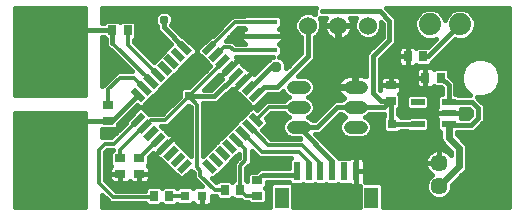
<source format=gtl>
G75*
%MOIN*%
%OFA0B0*%
%FSLAX24Y24*%
%IPPOS*%
%LPD*%
%AMOC8*
5,1,8,0,0,1.08239X$1,22.5*
%
%ADD10C,0.0600*%
%ADD11R,0.0354X0.0276*%
%ADD12R,0.0276X0.0354*%
%ADD13R,0.0315X0.0315*%
%ADD14R,0.0500X0.0220*%
%ADD15R,0.0220X0.0500*%
%ADD16R,0.1024X0.0157*%
%ADD17R,0.0472X0.0217*%
%ADD18R,0.0236X0.0610*%
%ADD19R,0.0472X0.0709*%
%ADD20C,0.0740*%
%ADD21C,0.0570*%
%ADD22C,0.0433*%
%ADD23C,0.0118*%
%ADD24C,0.0160*%
%ADD25R,0.0310X0.0310*%
%ADD26C,0.0310*%
%ADD27C,0.0376*%
%ADD28C,0.0240*%
D10*
X010180Y006440D03*
X011180Y006440D03*
X012180Y006440D03*
D11*
X012936Y004452D03*
X012936Y003940D03*
X008487Y001278D03*
X008487Y000767D03*
X004550Y001507D03*
X003920Y001499D03*
X003920Y002011D03*
X004550Y002019D03*
X003526Y003271D03*
X003526Y003782D03*
D12*
X003664Y006282D03*
X004176Y006282D03*
X013507Y005416D03*
X014019Y005416D03*
X014097Y004708D03*
X014609Y004708D03*
X007916Y000967D03*
X007404Y000967D03*
X005554Y000771D03*
X005042Y000771D03*
D13*
X006066Y000771D03*
X006656Y000771D03*
D14*
G36*
X005810Y001651D02*
X006162Y002003D01*
X006318Y001847D01*
X005966Y001495D01*
X005810Y001651D01*
G37*
G36*
X005587Y001874D02*
X005939Y002226D01*
X006095Y002070D01*
X005743Y001718D01*
X005587Y001874D01*
G37*
G36*
X005364Y002096D02*
X005716Y002448D01*
X005872Y002292D01*
X005520Y001940D01*
X005364Y002096D01*
G37*
G36*
X005142Y002319D02*
X005494Y002671D01*
X005650Y002515D01*
X005298Y002163D01*
X005142Y002319D01*
G37*
G36*
X004919Y002542D02*
X005271Y002894D01*
X005427Y002738D01*
X005075Y002386D01*
X004919Y002542D01*
G37*
G36*
X004696Y002764D02*
X005048Y003116D01*
X005204Y002960D01*
X004852Y002608D01*
X004696Y002764D01*
G37*
G36*
X004473Y002987D02*
X004825Y003339D01*
X004981Y003183D01*
X004629Y002831D01*
X004473Y002987D01*
G37*
G36*
X004251Y003210D02*
X004603Y003562D01*
X004759Y003406D01*
X004407Y003054D01*
X004251Y003210D01*
G37*
G36*
X007532Y004709D02*
X007884Y005061D01*
X008040Y004905D01*
X007688Y004553D01*
X007532Y004709D01*
G37*
G36*
X007754Y004486D02*
X008106Y004838D01*
X008262Y004682D01*
X007910Y004330D01*
X007754Y004486D01*
G37*
G36*
X007977Y004264D02*
X008329Y004616D01*
X008485Y004460D01*
X008133Y004108D01*
X007977Y004264D01*
G37*
G36*
X008200Y004041D02*
X008552Y004393D01*
X008708Y004237D01*
X008356Y003885D01*
X008200Y004041D01*
G37*
G36*
X007309Y004932D02*
X007661Y005284D01*
X007817Y005128D01*
X007465Y004776D01*
X007309Y004932D01*
G37*
G36*
X007086Y005154D02*
X007438Y005506D01*
X007594Y005350D01*
X007242Y004998D01*
X007086Y005154D01*
G37*
G36*
X006863Y005377D02*
X007215Y005729D01*
X007371Y005573D01*
X007019Y005221D01*
X006863Y005377D01*
G37*
G36*
X006641Y005600D02*
X006993Y005952D01*
X007149Y005796D01*
X006797Y005444D01*
X006641Y005600D01*
G37*
D15*
G36*
X005810Y005796D02*
X005966Y005952D01*
X006318Y005600D01*
X006162Y005444D01*
X005810Y005796D01*
G37*
G36*
X005587Y005573D02*
X005743Y005729D01*
X006095Y005377D01*
X005939Y005221D01*
X005587Y005573D01*
G37*
G36*
X005364Y005350D02*
X005520Y005506D01*
X005872Y005154D01*
X005716Y004998D01*
X005364Y005350D01*
G37*
G36*
X005142Y005128D02*
X005298Y005284D01*
X005650Y004932D01*
X005494Y004776D01*
X005142Y005128D01*
G37*
G36*
X004919Y004905D02*
X005075Y005061D01*
X005427Y004709D01*
X005271Y004553D01*
X004919Y004905D01*
G37*
G36*
X004696Y004682D02*
X004852Y004838D01*
X005204Y004486D01*
X005048Y004330D01*
X004696Y004682D01*
G37*
G36*
X004473Y004460D02*
X004629Y004616D01*
X004981Y004264D01*
X004825Y004108D01*
X004473Y004460D01*
G37*
G36*
X004251Y004237D02*
X004407Y004393D01*
X004759Y004041D01*
X004603Y003885D01*
X004251Y004237D01*
G37*
G36*
X007532Y002738D02*
X007688Y002894D01*
X008040Y002542D01*
X007884Y002386D01*
X007532Y002738D01*
G37*
G36*
X007754Y002960D02*
X007910Y003116D01*
X008262Y002764D01*
X008106Y002608D01*
X007754Y002960D01*
G37*
G36*
X007977Y003183D02*
X008133Y003339D01*
X008485Y002987D01*
X008329Y002831D01*
X007977Y003183D01*
G37*
G36*
X008200Y003406D02*
X008356Y003562D01*
X008708Y003210D01*
X008552Y003054D01*
X008200Y003406D01*
G37*
G36*
X007309Y002515D02*
X007465Y002671D01*
X007817Y002319D01*
X007661Y002163D01*
X007309Y002515D01*
G37*
G36*
X007086Y002292D02*
X007242Y002448D01*
X007594Y002096D01*
X007438Y001940D01*
X007086Y002292D01*
G37*
G36*
X006863Y002070D02*
X007019Y002226D01*
X007371Y001874D01*
X007215Y001718D01*
X006863Y002070D01*
G37*
G36*
X006641Y001847D02*
X006797Y002003D01*
X007149Y001651D01*
X006993Y001495D01*
X006641Y001847D01*
G37*
D16*
X008645Y005613D03*
X008645Y006086D03*
X008645Y006558D03*
D17*
X013841Y003900D03*
X014865Y003900D03*
X014865Y003526D03*
X014865Y003152D03*
X013841Y003152D03*
D18*
X011778Y001586D03*
X011385Y001586D03*
X010991Y001586D03*
X010597Y001586D03*
X010204Y001586D03*
X009810Y001586D03*
D19*
X009298Y000710D03*
X012290Y000710D03*
D20*
X014247Y006479D03*
X015247Y006479D03*
D21*
X014550Y001873D03*
X014550Y001086D03*
D22*
X011932Y003054D02*
X011578Y003054D01*
X011578Y003054D01*
X011932Y003054D01*
X011932Y003054D01*
X011932Y003723D02*
X011578Y003723D01*
X011578Y003723D01*
X011932Y003723D01*
X011932Y003723D01*
X011932Y004393D02*
X011578Y004393D01*
X011578Y004393D01*
X011932Y004393D01*
X011932Y004393D01*
X010042Y004393D02*
X009688Y004393D01*
X009688Y004393D01*
X010042Y004393D01*
X010042Y004393D01*
X010042Y003723D02*
X009688Y003723D01*
X009688Y003723D01*
X010042Y003723D01*
X010042Y003723D01*
X010042Y003054D02*
X009688Y003054D01*
X009688Y003054D01*
X010042Y003054D01*
X010042Y003054D01*
D23*
X009983Y002463D02*
X008853Y002463D01*
X008231Y003085D01*
X008454Y003308D02*
X008869Y003723D01*
X009865Y003723D01*
X008643Y002227D02*
X008008Y002862D01*
X007786Y002640D02*
X008093Y002332D01*
X008093Y001952D01*
X007916Y001774D01*
X007916Y000967D01*
X008117Y000767D01*
X008487Y000767D01*
X008487Y001278D02*
X008676Y001467D01*
X007404Y000967D02*
X007070Y000967D01*
X006597Y001440D01*
X006597Y001597D01*
X006479Y001715D01*
X006479Y003802D01*
X006204Y004078D01*
X005416Y003290D01*
X004933Y003290D01*
X004727Y003085D01*
X003920Y002278D01*
X003920Y002011D01*
X004550Y002019D02*
X004552Y002019D01*
X005173Y002640D01*
X004505Y003308D02*
X003700Y002503D01*
X003408Y002503D01*
X003211Y002306D01*
X003211Y001204D01*
X003684Y000731D01*
X005003Y000731D01*
X005042Y000771D01*
X005554Y000771D02*
X006066Y000771D01*
X008643Y002227D02*
X009865Y002227D01*
X010204Y001889D01*
X010204Y001586D01*
X010597Y001586D02*
X010597Y001849D01*
X009983Y002463D01*
X007340Y005214D02*
X006204Y004078D01*
X004950Y004584D02*
X003664Y005870D01*
X004176Y005804D02*
X004176Y006282D01*
X004176Y005804D02*
X005173Y004807D01*
X004727Y004362D02*
X004381Y004708D01*
X003920Y004708D01*
X003526Y004314D01*
X003526Y003782D01*
X007117Y005475D02*
X007374Y005731D01*
X007582Y005731D01*
X007700Y005613D01*
X008645Y005613D01*
X007340Y005252D02*
X007340Y005214D01*
X006895Y005698D02*
X007755Y006558D01*
X008645Y006558D01*
D24*
X000410Y003526D02*
X000410Y000410D01*
X002739Y000410D01*
X002739Y003526D01*
X000410Y003526D01*
X000410Y003509D02*
X002739Y003509D01*
X002739Y003350D02*
X000410Y003350D01*
X000410Y003192D02*
X002739Y003192D01*
X002739Y003033D02*
X000410Y003033D01*
X000410Y002875D02*
X002739Y002875D01*
X002739Y002716D02*
X000410Y002716D01*
X000410Y002558D02*
X002739Y002558D01*
X002739Y002399D02*
X000410Y002399D01*
X000410Y002241D02*
X002739Y002241D01*
X002739Y002082D02*
X000410Y002082D01*
X000410Y001924D02*
X002739Y001924D01*
X002739Y001765D02*
X000410Y001765D01*
X000410Y001607D02*
X002739Y001607D01*
X002739Y001448D02*
X000410Y001448D01*
X000410Y001290D02*
X002739Y001290D01*
X002739Y001131D02*
X000410Y001131D01*
X000410Y000973D02*
X002739Y000973D01*
X002739Y000814D02*
X000410Y000814D01*
X000410Y000656D02*
X002739Y000656D01*
X002739Y000497D02*
X000410Y000497D01*
X003330Y000497D02*
X004789Y000497D01*
X004764Y000522D02*
X004842Y000443D01*
X005242Y000443D01*
X005298Y000499D01*
X005354Y000443D01*
X005754Y000443D01*
X005810Y000499D01*
X005846Y000463D01*
X006285Y000463D01*
X006344Y000522D01*
X006355Y000503D01*
X006388Y000469D01*
X006429Y000445D01*
X006475Y000433D01*
X006656Y000433D01*
X006656Y000771D01*
X006656Y000771D01*
X006656Y000433D01*
X006838Y000433D01*
X006883Y000445D01*
X006924Y000469D01*
X006958Y000503D01*
X006982Y000544D01*
X006994Y000589D01*
X006994Y000758D01*
X007117Y000758D01*
X007117Y000728D01*
X007204Y000640D01*
X007604Y000640D01*
X007660Y000696D01*
X007716Y000640D01*
X007948Y000640D01*
X008030Y000558D01*
X008169Y000558D01*
X008248Y000479D01*
X008726Y000479D01*
X008814Y000567D01*
X008814Y000967D01*
X008758Y001023D01*
X008814Y001078D01*
X008814Y001237D01*
X009542Y001237D01*
X009542Y001218D01*
X009546Y001214D01*
X009000Y001214D01*
X008912Y001126D01*
X008912Y000410D01*
X003330Y000410D01*
X003330Y000790D01*
X003475Y000645D01*
X003597Y000522D01*
X004764Y000522D01*
X005296Y000497D02*
X005300Y000497D01*
X005808Y000497D02*
X005812Y000497D01*
X006319Y000497D02*
X006360Y000497D01*
X006656Y000497D02*
X006656Y000497D01*
X006656Y000656D02*
X006656Y000656D01*
X006952Y000497D02*
X008230Y000497D01*
X008745Y000497D02*
X008912Y000497D01*
X008912Y000656D02*
X008814Y000656D01*
X008814Y000814D02*
X008912Y000814D01*
X008912Y000973D02*
X008808Y000973D01*
X008814Y001131D02*
X008917Y001131D01*
X008676Y001467D02*
X009771Y001467D01*
X009810Y001586D01*
X009542Y001697D02*
X008581Y001697D01*
X008450Y001566D01*
X008248Y001566D01*
X008160Y001478D01*
X008160Y001251D01*
X008125Y001285D01*
X008125Y001688D01*
X008302Y001865D01*
X008302Y002273D01*
X008434Y002141D01*
X008557Y002018D01*
X009607Y002018D01*
X009542Y001953D01*
X009542Y001697D01*
X009542Y001765D02*
X008202Y001765D01*
X008125Y001607D02*
X008490Y001607D01*
X008160Y001448D02*
X008125Y001448D01*
X008125Y001290D02*
X008160Y001290D01*
X007707Y001290D02*
X007609Y001290D01*
X007604Y001295D02*
X007660Y001239D01*
X007707Y001285D01*
X007707Y001861D01*
X007830Y001984D01*
X007884Y002038D01*
X007884Y002173D01*
X007724Y002012D01*
X007724Y002012D01*
X007501Y001790D01*
X007501Y001790D01*
X007299Y001588D01*
X007299Y001588D01*
X007056Y001344D01*
X006989Y001344D01*
X007121Y001211D01*
X007204Y001295D01*
X007604Y001295D01*
X007707Y001448D02*
X007160Y001448D01*
X007199Y001290D02*
X007043Y001290D01*
X006633Y001108D02*
X006475Y001108D01*
X006429Y001096D01*
X006388Y001072D01*
X006355Y001039D01*
X006344Y001020D01*
X006285Y001078D01*
X005846Y001078D01*
X005810Y001042D01*
X005754Y001098D01*
X005354Y001098D01*
X005298Y001042D01*
X005242Y001098D01*
X004842Y001098D01*
X004754Y001010D01*
X004754Y000940D01*
X003771Y000940D01*
X003421Y001290D01*
X003421Y002219D01*
X003495Y002294D01*
X003676Y002294D01*
X003593Y002211D01*
X003593Y001811D01*
X003628Y001776D01*
X003599Y001747D01*
X003575Y001706D01*
X003563Y001660D01*
X003563Y001499D01*
X003920Y001499D01*
X003920Y001499D01*
X003563Y001499D01*
X003563Y001337D01*
X003575Y001292D01*
X003599Y001251D01*
X003632Y001217D01*
X003674Y001193D01*
X003719Y001181D01*
X003920Y001181D01*
X003920Y001499D01*
X003920Y001499D01*
X003920Y001181D01*
X004121Y001181D01*
X004167Y001193D01*
X004208Y001217D01*
X004239Y001248D01*
X004262Y001225D01*
X004303Y001201D01*
X004349Y001189D01*
X004550Y001189D01*
X004550Y001507D01*
X004907Y001507D01*
X004907Y001668D01*
X004895Y001714D01*
X004871Y001755D01*
X004842Y001784D01*
X004877Y001819D01*
X004877Y002048D01*
X005017Y002188D01*
X005091Y002113D01*
X005396Y002417D01*
X005396Y002417D01*
X005700Y002721D01*
X005794Y002626D01*
X005818Y002585D01*
X005827Y002551D01*
X006002Y002376D01*
X006225Y002153D01*
X006270Y002108D01*
X006270Y003715D01*
X006213Y003773D01*
X006194Y003773D01*
X005503Y003081D01*
X005297Y003081D01*
X005334Y003044D01*
X005530Y002848D01*
X005564Y002839D01*
X005605Y002816D01*
X005700Y002721D01*
X005396Y002417D01*
X005092Y002113D01*
X005186Y002018D01*
X005227Y001995D01*
X005261Y001985D01*
X005436Y001810D01*
X005659Y001588D01*
X005903Y001344D01*
X006027Y001344D01*
X006291Y001608D01*
X006388Y001511D01*
X006388Y001353D01*
X006511Y001231D01*
X006633Y001108D01*
X006611Y001131D02*
X003580Y001131D01*
X003576Y001290D02*
X003421Y001290D01*
X003421Y001448D02*
X003563Y001448D01*
X003563Y001607D02*
X003421Y001607D01*
X003421Y001765D02*
X003617Y001765D01*
X003593Y001924D02*
X003421Y001924D01*
X003421Y002082D02*
X003593Y002082D01*
X003623Y002241D02*
X003442Y002241D01*
X003330Y002712D02*
X003330Y002983D01*
X003766Y002983D01*
X003854Y003071D01*
X003854Y003162D01*
X004483Y003792D01*
X004542Y003734D01*
X004666Y003734D01*
X004909Y003978D01*
X005132Y004200D01*
X005355Y004423D01*
X005577Y004646D01*
X005800Y004869D01*
X006023Y005091D01*
X006246Y005314D01*
X006468Y005537D01*
X006468Y005661D01*
X006027Y006102D01*
X005984Y006102D01*
X005629Y006458D01*
X005635Y006464D01*
X005682Y006576D01*
X005682Y006697D01*
X005635Y006809D01*
X005550Y006895D01*
X005438Y006942D01*
X005316Y006942D01*
X005204Y006895D01*
X005118Y006809D01*
X005072Y006697D01*
X005072Y006576D01*
X005118Y006464D01*
X005147Y006435D01*
X005147Y006289D01*
X005282Y006155D01*
X005618Y005818D01*
X005457Y005657D01*
X005234Y005434D01*
X005038Y005238D01*
X004385Y005890D01*
X004385Y005964D01*
X004464Y006043D01*
X004464Y006522D01*
X004376Y006610D01*
X003976Y006610D01*
X003920Y006554D01*
X003864Y006610D01*
X003464Y006610D01*
X003376Y006522D01*
X003376Y006512D01*
X003330Y006512D01*
X003330Y007037D01*
X010459Y007037D01*
X010430Y007008D01*
X010430Y006823D01*
X010270Y006890D01*
X010090Y006890D01*
X009925Y006821D01*
X009799Y006695D01*
X009730Y006529D01*
X009730Y006350D01*
X009799Y006185D01*
X009925Y006058D01*
X009950Y006048D01*
X009950Y005511D01*
X009455Y005017D01*
X009455Y005129D01*
X009404Y005253D01*
X009309Y005349D01*
X009220Y005385D01*
X009306Y005472D01*
X009306Y005754D01*
X009222Y005838D01*
X009226Y005839D01*
X009267Y005863D01*
X009300Y005896D01*
X009324Y005937D01*
X009336Y005983D01*
X009336Y006086D01*
X009336Y006188D01*
X009324Y006234D01*
X009300Y006275D01*
X009267Y006308D01*
X009226Y006332D01*
X009222Y006333D01*
X009306Y006417D01*
X009306Y006699D01*
X009219Y006787D01*
X008071Y006787D01*
X008051Y006767D01*
X007668Y006767D01*
X007546Y006645D01*
X007004Y006102D01*
X006932Y006102D01*
X006490Y005661D01*
X006490Y005537D01*
X006734Y005293D01*
X006929Y005098D01*
X006213Y004383D01*
X005986Y004383D01*
X005899Y004295D01*
X005899Y004068D01*
X005330Y003499D01*
X004879Y003499D01*
X004666Y003712D01*
X004542Y003712D01*
X004100Y003271D01*
X004100Y003199D01*
X003613Y002712D01*
X003330Y002712D01*
X003330Y002716D02*
X003617Y002716D01*
X003776Y002875D02*
X003330Y002875D01*
X003816Y003033D02*
X003934Y003033D01*
X003883Y003192D02*
X004093Y003192D01*
X004041Y003350D02*
X004179Y003350D01*
X004200Y003509D02*
X004338Y003509D01*
X004358Y003667D02*
X004496Y003667D01*
X004711Y003667D02*
X005497Y003667D01*
X005339Y003509D02*
X004870Y003509D01*
X004757Y003826D02*
X005656Y003826D01*
X005814Y003984D02*
X004916Y003984D01*
X005074Y004143D02*
X005899Y004143D01*
X006204Y004078D02*
X007056Y004078D01*
X007786Y004807D01*
X007563Y005030D02*
X007259Y004726D01*
X007563Y005030D01*
X007867Y005334D01*
X007797Y005404D01*
X008051Y005404D01*
X008071Y005384D01*
X009012Y005384D01*
X008925Y005349D01*
X008869Y005292D01*
X008836Y005292D01*
X008701Y005157D01*
X008372Y004828D01*
X008312Y004888D01*
X008218Y004983D01*
X008177Y005007D01*
X008143Y005016D01*
X007994Y005164D01*
X007985Y005198D01*
X007961Y005239D01*
X007867Y005334D01*
X007563Y005030D01*
X007563Y005030D01*
X007563Y005030D01*
X007627Y005094D02*
X007627Y005094D01*
X007785Y005252D02*
X007785Y005252D01*
X007949Y005252D02*
X008796Y005252D01*
X008638Y005094D02*
X008065Y005094D01*
X008266Y004935D02*
X008479Y004935D01*
X008312Y004888D02*
X008008Y004584D01*
X008008Y004584D01*
X007704Y004280D01*
X007644Y004340D01*
X007286Y003982D01*
X007286Y003982D01*
X007152Y003848D01*
X006688Y003848D01*
X006688Y002108D01*
X006734Y002153D01*
X006734Y002153D01*
X006936Y002355D01*
X006936Y002355D01*
X007158Y002578D01*
X007158Y002578D01*
X007381Y002801D01*
X007604Y003023D01*
X007826Y003246D01*
X008049Y003469D01*
X008293Y003712D01*
X008417Y003712D01*
X008490Y003639D01*
X008660Y003810D01*
X008783Y003932D01*
X009379Y003932D01*
X009480Y004034D01*
X009538Y004058D01*
X009480Y004082D01*
X009377Y004185D01*
X009347Y004258D01*
X009252Y004163D01*
X008845Y004163D01*
X008417Y003734D01*
X008293Y003734D01*
X008049Y003978D01*
X008049Y003978D01*
X007874Y004153D01*
X007840Y004162D01*
X007799Y004186D01*
X007704Y004280D01*
X008008Y004584D01*
X008312Y004888D01*
X008201Y004777D02*
X008201Y004777D01*
X008042Y004618D02*
X008042Y004618D01*
X008008Y004584D02*
X008008Y004584D01*
X007884Y004460D02*
X007884Y004460D01*
X007725Y004301D02*
X007725Y004301D01*
X007683Y004301D02*
X007605Y004301D01*
X007446Y004143D02*
X007884Y004143D01*
X008043Y003984D02*
X007288Y003984D01*
X006961Y004308D02*
X006729Y004308D01*
X007203Y004781D01*
X007259Y004726D01*
X007319Y004666D01*
X006961Y004308D01*
X006881Y004460D02*
X007113Y004460D01*
X007040Y004618D02*
X007271Y004618D01*
X007310Y004777D02*
X007310Y004777D01*
X007208Y004777D02*
X007198Y004777D01*
X007468Y004935D02*
X007468Y004935D01*
X006924Y005094D02*
X006025Y005094D01*
X006184Y005252D02*
X006775Y005252D01*
X006616Y005411D02*
X006342Y005411D01*
X006468Y005569D02*
X006490Y005569D01*
X006557Y005728D02*
X006402Y005728D01*
X006243Y005886D02*
X006715Y005886D01*
X006874Y006045D02*
X006085Y006045D01*
X005884Y006203D02*
X007104Y006203D01*
X007263Y006362D02*
X005725Y006362D01*
X005659Y006520D02*
X007421Y006520D01*
X007580Y006679D02*
X005682Y006679D01*
X005377Y006637D02*
X005377Y006385D01*
X006064Y005698D01*
X005550Y005886D02*
X004389Y005886D01*
X004464Y006045D02*
X005392Y006045D01*
X005233Y006203D02*
X004464Y006203D01*
X004464Y006362D02*
X005147Y006362D01*
X005095Y006520D02*
X004464Y006520D01*
X005072Y006679D02*
X003330Y006679D01*
X003330Y006837D02*
X005146Y006837D01*
X005608Y006837D02*
X009963Y006837D01*
X009792Y006679D02*
X009306Y006679D01*
X009306Y006520D02*
X009730Y006520D01*
X009730Y006362D02*
X009251Y006362D01*
X009332Y006203D02*
X009791Y006203D01*
X009950Y006045D02*
X009336Y006045D01*
X009336Y006086D02*
X008645Y006086D01*
X009336Y006086D01*
X009290Y005886D02*
X009950Y005886D01*
X009950Y005728D02*
X009306Y005728D01*
X009306Y005569D02*
X009950Y005569D01*
X009849Y005411D02*
X009245Y005411D01*
X009404Y005252D02*
X009691Y005252D01*
X009532Y005094D02*
X009455Y005094D01*
X009117Y005062D02*
X008931Y005062D01*
X008231Y004362D01*
X008454Y004139D02*
X008707Y004393D01*
X009156Y004393D01*
X010180Y005416D01*
X010180Y006440D01*
X010569Y006203D02*
X010762Y006203D01*
X010769Y006188D02*
X010814Y006127D01*
X010867Y006074D01*
X010928Y006029D01*
X010996Y005995D01*
X011068Y005972D01*
X011142Y005960D01*
X011160Y005960D01*
X011160Y006420D01*
X010700Y006420D01*
X010700Y006402D01*
X010712Y006327D01*
X010735Y006256D01*
X010769Y006188D01*
X010561Y006185D02*
X010630Y006350D01*
X010630Y006529D01*
X010567Y006682D01*
X010765Y006682D01*
X010735Y006624D01*
X010712Y006552D01*
X010700Y006478D01*
X010700Y006460D01*
X011160Y006460D01*
X011160Y006420D01*
X011200Y006420D01*
X011200Y006460D01*
X011660Y006460D01*
X011660Y006478D01*
X011648Y006552D01*
X011625Y006624D01*
X011595Y006682D01*
X011793Y006682D01*
X011730Y006529D01*
X011730Y006350D01*
X011799Y006185D01*
X011925Y006058D01*
X012090Y005990D01*
X012270Y005990D01*
X012435Y006058D01*
X012561Y006185D01*
X012630Y006350D01*
X012630Y006529D01*
X012623Y006545D01*
X012667Y006502D01*
X012667Y006063D01*
X012115Y005511D01*
X012115Y004746D01*
X012048Y004774D01*
X011971Y004789D01*
X011783Y004789D01*
X011783Y004421D01*
X011727Y004421D01*
X011727Y004789D01*
X011539Y004789D01*
X011462Y004774D01*
X011390Y004744D01*
X011325Y004701D01*
X011270Y004645D01*
X011226Y004580D01*
X011196Y004508D01*
X011181Y004432D01*
X011181Y004421D01*
X011727Y004421D01*
X011727Y004364D01*
X011181Y004364D01*
X011181Y004354D01*
X011196Y004277D01*
X011226Y004205D01*
X011270Y004140D01*
X011325Y004085D01*
X011389Y004042D01*
X011370Y004034D01*
X011289Y003953D01*
X011069Y003953D01*
X010400Y003284D01*
X010331Y003284D01*
X010250Y003365D01*
X010192Y003389D01*
X010250Y003413D01*
X010353Y003516D01*
X010409Y003650D01*
X010409Y003796D01*
X010353Y003931D01*
X010250Y004034D01*
X010192Y004058D01*
X010250Y004082D01*
X010353Y004185D01*
X010409Y004320D01*
X010409Y004466D01*
X010353Y004600D01*
X010250Y004703D01*
X010115Y004759D01*
X009848Y004759D01*
X010275Y005186D01*
X010410Y005321D01*
X010410Y006048D01*
X010435Y006058D01*
X010561Y006185D01*
X010630Y006362D02*
X010706Y006362D01*
X010707Y006520D02*
X010630Y006520D01*
X010568Y006679D02*
X010763Y006679D01*
X010430Y006837D02*
X010397Y006837D01*
X010660Y006912D02*
X012582Y006912D01*
X012897Y006597D01*
X012897Y005967D01*
X012345Y005416D01*
X012345Y004196D01*
X012601Y003940D01*
X012936Y003940D01*
X012936Y003211D01*
X012975Y003172D01*
X013704Y003172D01*
X013723Y003152D01*
X013841Y003152D01*
X014228Y003192D02*
X014479Y003192D01*
X014479Y003318D02*
X014479Y002982D01*
X014567Y002894D01*
X014595Y002894D01*
X014595Y002646D01*
X014636Y002547D01*
X014712Y002471D01*
X014949Y002234D01*
X014949Y002114D01*
X014948Y002117D01*
X014905Y002176D01*
X014853Y002228D01*
X014794Y002271D01*
X014729Y002304D01*
X014659Y002326D01*
X014587Y002338D01*
X014550Y002338D01*
X014513Y002338D01*
X014441Y002326D01*
X014372Y002304D01*
X014306Y002271D01*
X014247Y002228D01*
X014195Y002176D01*
X014152Y002117D01*
X014119Y002051D01*
X014097Y001982D01*
X014085Y001910D01*
X014085Y001873D01*
X014550Y001873D01*
X014550Y002338D01*
X014550Y001873D01*
X014550Y001873D01*
X014550Y001873D01*
X014085Y001873D01*
X014085Y001836D01*
X014097Y001764D01*
X014119Y001694D01*
X014152Y001629D01*
X014195Y001570D01*
X014247Y001518D01*
X014306Y001475D01*
X014328Y001464D01*
X014304Y001454D01*
X014181Y001332D01*
X014115Y001172D01*
X014115Y000999D01*
X014181Y000839D01*
X014304Y000717D01*
X014464Y000651D01*
X014637Y000651D01*
X014796Y000717D01*
X014919Y000839D01*
X014985Y000999D01*
X014985Y001139D01*
X015372Y001526D01*
X015448Y001602D01*
X015489Y001701D01*
X015489Y002399D01*
X016879Y002399D01*
X016879Y002241D02*
X015489Y002241D01*
X015489Y002399D02*
X015448Y002498D01*
X015135Y002811D01*
X015135Y002894D01*
X015163Y002894D01*
X015172Y002903D01*
X015708Y002903D01*
X015945Y003139D01*
X016079Y003274D01*
X016079Y003779D01*
X015863Y003996D01*
X015814Y004044D01*
X016060Y004044D01*
X016304Y004145D01*
X016490Y004332D01*
X016591Y004576D01*
X016591Y004839D01*
X016490Y005083D01*
X016304Y005270D01*
X016060Y005371D01*
X015796Y005371D01*
X015552Y005270D01*
X015366Y005083D01*
X015265Y004839D01*
X015265Y004576D01*
X015366Y004332D01*
X015552Y004145D01*
X015589Y004130D01*
X015192Y004130D01*
X015163Y004159D01*
X015095Y004159D01*
X015095Y004547D01*
X014897Y004745D01*
X014897Y004947D01*
X014809Y005035D01*
X014409Y005035D01*
X014374Y005000D01*
X014346Y005029D01*
X014305Y005052D01*
X014259Y005065D01*
X014097Y005065D01*
X013936Y005065D01*
X013890Y005052D01*
X013849Y005029D01*
X013815Y004995D01*
X013792Y004954D01*
X013780Y004908D01*
X013780Y004708D01*
X014097Y004708D01*
X014097Y005065D01*
X014097Y004708D01*
X014097Y004708D01*
X014097Y004708D01*
X013780Y004708D01*
X013780Y004507D01*
X013792Y004461D01*
X013815Y004420D01*
X013849Y004386D01*
X013890Y004363D01*
X013936Y004350D01*
X014097Y004350D01*
X014097Y004708D01*
X014097Y004708D01*
X014097Y004350D01*
X014259Y004350D01*
X014305Y004363D01*
X014346Y004386D01*
X014374Y004415D01*
X014409Y004380D01*
X014611Y004380D01*
X014635Y004356D01*
X014635Y004159D01*
X014567Y004159D01*
X014479Y004071D01*
X014479Y003735D01*
X014461Y003704D01*
X014449Y003658D01*
X014449Y003526D01*
X014449Y003394D01*
X014461Y003349D01*
X014479Y003318D01*
X014461Y003350D02*
X014200Y003350D01*
X014228Y003323D02*
X014140Y003411D01*
X013543Y003411D01*
X013534Y003402D01*
X013267Y003402D01*
X013192Y003477D01*
X013166Y003477D01*
X013166Y003652D01*
X013175Y003652D01*
X013263Y003740D01*
X013263Y004140D01*
X013228Y004175D01*
X013257Y004203D01*
X013281Y004244D01*
X013293Y004290D01*
X013293Y004452D01*
X013293Y004613D01*
X013281Y004659D01*
X013257Y004700D01*
X013224Y004733D01*
X013183Y004757D01*
X013137Y004769D01*
X012936Y004769D01*
X012936Y004452D01*
X012936Y004452D01*
X012936Y004769D01*
X012735Y004769D01*
X012689Y004757D01*
X012648Y004733D01*
X012615Y004700D01*
X012591Y004659D01*
X012579Y004613D01*
X012579Y004452D01*
X012936Y004452D01*
X013293Y004452D01*
X012936Y004452D01*
X012936Y004452D01*
X012936Y004452D01*
X012579Y004452D01*
X012579Y004290D01*
X012580Y004287D01*
X012575Y004291D01*
X012575Y005321D01*
X012992Y005737D01*
X013127Y005872D01*
X013127Y006693D01*
X012783Y007037D01*
X016879Y007037D01*
X016879Y000410D01*
X012676Y000410D01*
X012676Y001126D01*
X012589Y001214D01*
X012065Y001214D01*
X012077Y001257D01*
X012077Y001586D01*
X012077Y001914D01*
X012064Y001960D01*
X012041Y002001D01*
X012007Y002035D01*
X011966Y002058D01*
X011920Y002071D01*
X011778Y002071D01*
X011637Y002071D01*
X011591Y002058D01*
X011560Y002041D01*
X011204Y002041D01*
X011204Y002040D01*
X011086Y002158D01*
X010420Y002824D01*
X010590Y002824D01*
X010725Y002959D01*
X011260Y003493D01*
X011289Y003493D01*
X011370Y003413D01*
X011428Y003389D01*
X011370Y003365D01*
X011267Y003262D01*
X011211Y003127D01*
X011211Y002981D01*
X011267Y002846D01*
X011370Y002743D01*
X011505Y002687D01*
X012005Y002687D01*
X012140Y002743D01*
X012243Y002846D01*
X012299Y002981D01*
X012299Y003127D01*
X012243Y003262D01*
X012140Y003365D01*
X012082Y003389D01*
X012140Y003413D01*
X012220Y003493D01*
X012706Y003493D01*
X012706Y003425D01*
X012670Y003389D01*
X012670Y002955D01*
X012758Y002867D01*
X013192Y002867D01*
X013267Y002942D01*
X013495Y002942D01*
X013543Y002894D01*
X014140Y002894D01*
X014228Y002982D01*
X014228Y003323D01*
X014449Y003509D02*
X013166Y003509D01*
X013190Y003667D02*
X013518Y003667D01*
X013543Y003642D02*
X014140Y003642D01*
X014228Y003730D01*
X014228Y004071D01*
X014140Y004159D01*
X013543Y004159D01*
X013455Y004071D01*
X013455Y003730D01*
X013543Y003642D01*
X013455Y003826D02*
X013263Y003826D01*
X013263Y003984D02*
X013455Y003984D01*
X013527Y004143D02*
X013260Y004143D01*
X013293Y004301D02*
X014635Y004301D01*
X014550Y004143D02*
X014156Y004143D01*
X014228Y003984D02*
X014479Y003984D01*
X014479Y003826D02*
X014228Y003826D01*
X014165Y003667D02*
X014451Y003667D01*
X014449Y003526D02*
X014865Y003526D01*
X014449Y003526D01*
X014865Y003526D02*
X014865Y003526D01*
X014865Y003526D01*
X015281Y003526D01*
X015281Y003394D01*
X015273Y003363D01*
X015518Y003363D01*
X015619Y003464D01*
X015619Y003589D01*
X015537Y003670D01*
X015278Y003670D01*
X015281Y003658D01*
X015281Y003526D01*
X014865Y003526D01*
X015281Y003509D02*
X015619Y003509D01*
X015541Y003667D02*
X015279Y003667D01*
X015633Y003900D02*
X014865Y003900D01*
X014865Y004452D01*
X014609Y004708D01*
X014897Y004777D02*
X015265Y004777D01*
X015265Y004618D02*
X015024Y004618D01*
X015095Y004460D02*
X015313Y004460D01*
X015397Y004301D02*
X015095Y004301D01*
X015180Y004143D02*
X015560Y004143D01*
X015874Y003984D02*
X016879Y003984D01*
X016879Y003826D02*
X016033Y003826D01*
X016079Y003667D02*
X016879Y003667D01*
X016879Y003509D02*
X016079Y003509D01*
X016079Y003350D02*
X016879Y003350D01*
X016879Y003192D02*
X015997Y003192D01*
X015839Y003033D02*
X016879Y003033D01*
X016879Y002875D02*
X015135Y002875D01*
X015231Y002716D02*
X016879Y002716D01*
X016879Y002558D02*
X015389Y002558D01*
X014942Y002241D02*
X014835Y002241D01*
X014550Y002241D02*
X014550Y002241D01*
X014550Y002082D02*
X014550Y002082D01*
X014550Y001924D02*
X014550Y001924D01*
X014135Y002082D02*
X011162Y002082D01*
X011004Y002241D02*
X014265Y002241D01*
X014784Y002399D02*
X010845Y002399D01*
X010687Y002558D02*
X014632Y002558D01*
X014595Y002716D02*
X012074Y002716D01*
X012254Y002875D02*
X012751Y002875D01*
X012670Y003033D02*
X012299Y003033D01*
X012272Y003192D02*
X012670Y003192D01*
X012670Y003350D02*
X012154Y003350D01*
X011755Y003723D02*
X011164Y003723D01*
X010495Y003054D01*
X009865Y003054D01*
X010991Y001928D01*
X010991Y001586D01*
X011778Y001586D02*
X011778Y002071D01*
X011778Y001586D01*
X011778Y001586D01*
X012077Y001586D01*
X011778Y001586D01*
X011778Y001586D01*
X011778Y001585D02*
X011778Y001585D01*
X011778Y001100D01*
X011637Y001100D01*
X011591Y001113D01*
X011560Y001130D01*
X011204Y001130D01*
X011188Y001147D01*
X011171Y001130D01*
X010811Y001130D01*
X010794Y001147D01*
X010778Y001130D01*
X010417Y001130D01*
X010400Y001147D01*
X010384Y001130D01*
X010023Y001130D01*
X010007Y001147D01*
X009990Y001130D01*
X009680Y001130D01*
X009684Y001126D01*
X009684Y000410D01*
X011904Y000410D01*
X011904Y001100D01*
X011778Y001100D01*
X011778Y001585D01*
X011778Y001607D02*
X011778Y001607D01*
X012077Y001607D02*
X014169Y001607D01*
X014096Y001765D02*
X012077Y001765D01*
X011778Y001765D02*
X011778Y001765D01*
X011778Y001924D02*
X011778Y001924D01*
X012074Y001924D02*
X014087Y001924D01*
X014297Y001448D02*
X012077Y001448D01*
X011778Y001448D02*
X011778Y001448D01*
X011778Y001290D02*
X011778Y001290D01*
X012077Y001290D02*
X014164Y001290D01*
X014115Y001131D02*
X012671Y001131D01*
X012676Y000973D02*
X014126Y000973D01*
X014206Y000814D02*
X012676Y000814D01*
X012676Y000656D02*
X014452Y000656D01*
X014649Y000656D02*
X016879Y000656D01*
X016879Y000814D02*
X014894Y000814D01*
X014974Y000973D02*
X016879Y000973D01*
X016879Y001131D02*
X014985Y001131D01*
X015136Y001290D02*
X016879Y001290D01*
X016879Y001448D02*
X015294Y001448D01*
X015450Y001607D02*
X016879Y001607D01*
X016879Y001765D02*
X015489Y001765D01*
X015489Y001924D02*
X016879Y001924D01*
X016879Y002082D02*
X015489Y002082D01*
X014595Y002875D02*
X013200Y002875D01*
X014228Y003033D02*
X014479Y003033D01*
X014865Y003152D02*
X014885Y003133D01*
X015613Y003133D01*
X015849Y003369D01*
X015849Y003684D01*
X015633Y003900D01*
X016297Y004143D02*
X016879Y004143D01*
X016879Y004301D02*
X016459Y004301D01*
X016543Y004460D02*
X016879Y004460D01*
X016879Y004618D02*
X016591Y004618D01*
X016591Y004777D02*
X016879Y004777D01*
X016879Y004935D02*
X016552Y004935D01*
X016480Y005094D02*
X016879Y005094D01*
X016879Y005252D02*
X016321Y005252D01*
X016879Y005411D02*
X014503Y005411D01*
X014184Y005416D02*
X015247Y006479D01*
X015727Y006679D02*
X016879Y006679D01*
X016879Y006837D02*
X015625Y006837D01*
X015688Y006774D02*
X015541Y006920D01*
X015350Y006999D01*
X015143Y006999D01*
X014952Y006920D01*
X014806Y006774D01*
X014747Y006631D01*
X014688Y006774D01*
X014541Y006920D01*
X014350Y006999D01*
X014143Y006999D01*
X013952Y006920D01*
X013806Y006774D01*
X013727Y006583D01*
X013727Y006376D01*
X013806Y006185D01*
X013952Y006038D01*
X014143Y005959D01*
X014350Y005959D01*
X014438Y005995D01*
X014186Y005743D01*
X013819Y005743D01*
X013784Y005709D01*
X013755Y005737D01*
X013714Y005761D01*
X013668Y005773D01*
X013507Y005773D01*
X013507Y005416D01*
X013507Y005059D01*
X013668Y005059D01*
X013714Y005071D01*
X013755Y005095D01*
X013784Y005124D01*
X013819Y005089D01*
X014219Y005089D01*
X014306Y005177D01*
X014306Y005213D01*
X015079Y005986D01*
X015143Y005959D01*
X015350Y005959D01*
X015541Y006038D01*
X015688Y006185D01*
X015767Y006376D01*
X015767Y006583D01*
X015688Y006774D01*
X015767Y006520D02*
X016879Y006520D01*
X016879Y006362D02*
X015761Y006362D01*
X015695Y006203D02*
X016879Y006203D01*
X016879Y006045D02*
X015548Y006045D01*
X014979Y005886D02*
X016879Y005886D01*
X016879Y005728D02*
X014820Y005728D01*
X014662Y005569D02*
X016879Y005569D01*
X015535Y005252D02*
X014345Y005252D01*
X014223Y005094D02*
X015376Y005094D01*
X015305Y004935D02*
X014897Y004935D01*
X014097Y004935D02*
X014097Y004935D01*
X014097Y004777D02*
X014097Y004777D01*
X014097Y004618D02*
X014097Y004618D01*
X014097Y004460D02*
X014097Y004460D01*
X013793Y004460D02*
X013293Y004460D01*
X013292Y004618D02*
X013780Y004618D01*
X013780Y004777D02*
X012575Y004777D01*
X012575Y004935D02*
X013787Y004935D01*
X013814Y005094D02*
X013752Y005094D01*
X013507Y005094D02*
X013507Y005094D01*
X013507Y005059D02*
X013507Y005416D01*
X013507Y005416D01*
X013189Y005416D01*
X013189Y005215D01*
X013201Y005170D01*
X013225Y005129D01*
X013258Y005095D01*
X013299Y005071D01*
X013345Y005059D01*
X013507Y005059D01*
X013507Y005252D02*
X013507Y005252D01*
X013507Y005411D02*
X013507Y005411D01*
X013507Y005416D02*
X013507Y005416D01*
X013507Y005416D01*
X013189Y005416D01*
X013189Y005617D01*
X013201Y005663D01*
X013225Y005704D01*
X013258Y005737D01*
X013299Y005761D01*
X013345Y005773D01*
X013507Y005773D01*
X013507Y005416D01*
X013507Y005569D02*
X013507Y005569D01*
X013507Y005728D02*
X013507Y005728D01*
X013765Y005728D02*
X013803Y005728D01*
X014328Y005886D02*
X013127Y005886D01*
X013127Y006045D02*
X013946Y006045D01*
X013798Y006203D02*
X013127Y006203D01*
X013127Y006362D02*
X013733Y006362D01*
X013727Y006520D02*
X013127Y006520D01*
X013127Y006679D02*
X013767Y006679D01*
X013869Y006837D02*
X012982Y006837D01*
X012824Y006996D02*
X014135Y006996D01*
X014359Y006996D02*
X015135Y006996D01*
X015359Y006996D02*
X016879Y006996D01*
X014869Y006837D02*
X014625Y006837D01*
X014727Y006679D02*
X014767Y006679D01*
X013249Y005728D02*
X012982Y005728D01*
X012823Y005569D02*
X013189Y005569D01*
X013189Y005411D02*
X012665Y005411D01*
X012575Y005252D02*
X013189Y005252D01*
X013261Y005094D02*
X012575Y005094D01*
X012115Y005094D02*
X010183Y005094D01*
X010341Y005252D02*
X012115Y005252D01*
X012115Y005411D02*
X010410Y005411D01*
X010410Y005569D02*
X012173Y005569D01*
X012331Y005728D02*
X010410Y005728D01*
X010410Y005886D02*
X012490Y005886D01*
X012401Y006045D02*
X012648Y006045D01*
X012667Y006203D02*
X012569Y006203D01*
X012630Y006362D02*
X012667Y006362D01*
X012649Y006520D02*
X012630Y006520D01*
X011792Y006679D02*
X011597Y006679D01*
X011653Y006520D02*
X011730Y006520D01*
X011660Y006420D02*
X011200Y006420D01*
X011200Y005960D01*
X011218Y005960D01*
X011292Y005972D01*
X011364Y005995D01*
X011432Y006029D01*
X011493Y006074D01*
X011546Y006127D01*
X011591Y006188D01*
X011625Y006256D01*
X011648Y006327D01*
X011660Y006402D01*
X011660Y006420D01*
X011654Y006362D02*
X011730Y006362D01*
X011791Y006203D02*
X011598Y006203D01*
X011452Y006045D02*
X011959Y006045D01*
X011200Y006045D02*
X011160Y006045D01*
X010908Y006045D02*
X010410Y006045D01*
X011160Y006203D02*
X011200Y006203D01*
X011200Y006362D02*
X011160Y006362D01*
X010430Y006996D02*
X003330Y006996D01*
X002739Y006996D02*
X000410Y006996D01*
X000410Y007037D02*
X002739Y007037D01*
X002739Y004117D01*
X000410Y004117D01*
X000410Y007037D01*
X000410Y006837D02*
X002739Y006837D01*
X002739Y006679D02*
X000410Y006679D01*
X000410Y006520D02*
X002739Y006520D01*
X002739Y006362D02*
X000410Y006362D01*
X000410Y006203D02*
X002739Y006203D01*
X002463Y006282D02*
X003664Y006282D01*
X003664Y005870D01*
X003434Y005886D02*
X003330Y005886D01*
X003434Y005985D02*
X003434Y005775D01*
X003569Y005640D01*
X003599Y005640D01*
X004322Y004917D01*
X004007Y004917D01*
X003834Y004917D01*
X003440Y004523D01*
X003330Y004413D01*
X003330Y006052D01*
X003376Y006052D01*
X003376Y006043D01*
X003434Y005985D01*
X003376Y006045D02*
X003330Y006045D01*
X003330Y005728D02*
X003482Y005728D01*
X003330Y005569D02*
X003670Y005569D01*
X003828Y005411D02*
X003330Y005411D01*
X003330Y005252D02*
X003987Y005252D01*
X004145Y005094D02*
X003330Y005094D01*
X003330Y004935D02*
X004304Y004935D01*
X003693Y004777D02*
X003330Y004777D01*
X003330Y004618D02*
X003535Y004618D01*
X003376Y004460D02*
X003330Y004460D01*
X002739Y004460D02*
X000410Y004460D01*
X000410Y004618D02*
X002739Y004618D01*
X002739Y004777D02*
X000410Y004777D01*
X000410Y004935D02*
X002739Y004935D01*
X002739Y005094D02*
X000410Y005094D01*
X000410Y005252D02*
X002739Y005252D01*
X002739Y005411D02*
X000410Y005411D01*
X000410Y005569D02*
X002739Y005569D01*
X002739Y005728D02*
X000410Y005728D01*
X000410Y005886D02*
X002739Y005886D01*
X002739Y006045D02*
X000410Y006045D01*
X003330Y006520D02*
X003376Y006520D01*
X004548Y005728D02*
X005528Y005728D01*
X005369Y005569D02*
X004706Y005569D01*
X004865Y005411D02*
X005211Y005411D01*
X005052Y005252D02*
X005023Y005252D01*
X005867Y004935D02*
X006765Y004935D01*
X006607Y004777D02*
X005708Y004777D01*
X005550Y004618D02*
X006448Y004618D01*
X006290Y004460D02*
X005391Y004460D01*
X005233Y004301D02*
X005905Y004301D01*
X006688Y003826D02*
X008201Y003826D01*
X008247Y003667D02*
X006688Y003667D01*
X006688Y003509D02*
X008089Y003509D01*
X007930Y003350D02*
X006688Y003350D01*
X006688Y003192D02*
X007772Y003192D01*
X007613Y003033D02*
X006688Y003033D01*
X006688Y002875D02*
X007455Y002875D01*
X007296Y002716D02*
X006688Y002716D01*
X006688Y002558D02*
X007138Y002558D01*
X006979Y002399D02*
X006688Y002399D01*
X006688Y002241D02*
X006821Y002241D01*
X006270Y002241D02*
X006138Y002241D01*
X006270Y002399D02*
X005979Y002399D01*
X005825Y002558D02*
X006270Y002558D01*
X006270Y002716D02*
X005705Y002716D01*
X005695Y002716D02*
X005695Y002716D01*
X005536Y002558D02*
X005536Y002558D01*
X005396Y002417D02*
X005396Y002417D01*
X005378Y002399D02*
X005378Y002399D01*
X005219Y002241D02*
X005219Y002241D01*
X005122Y002082D02*
X004911Y002082D01*
X004877Y001924D02*
X005323Y001924D01*
X005482Y001765D02*
X004861Y001765D01*
X004907Y001607D02*
X005640Y001607D01*
X005799Y001448D02*
X004907Y001448D01*
X004907Y001507D02*
X004907Y001345D01*
X004895Y001299D01*
X004871Y001258D01*
X004838Y001225D01*
X004797Y001201D01*
X004751Y001189D01*
X004550Y001189D01*
X004550Y001507D01*
X004550Y001507D01*
X004907Y001507D01*
X004550Y001507D02*
X004550Y001507D01*
X004550Y001448D02*
X004550Y001448D01*
X004550Y001290D02*
X004550Y001290D01*
X004889Y001290D02*
X006452Y001290D01*
X006388Y001448D02*
X006131Y001448D01*
X006289Y001607D02*
X006292Y001607D01*
X007318Y001607D02*
X007707Y001607D01*
X007707Y001765D02*
X007477Y001765D01*
X007635Y001924D02*
X007770Y001924D01*
X007794Y002082D02*
X007884Y002082D01*
X008302Y002082D02*
X008493Y002082D01*
X008334Y002241D02*
X008302Y002241D01*
X008302Y001924D02*
X009542Y001924D01*
X009921Y002673D02*
X008939Y002673D01*
X008662Y002950D01*
X008858Y003147D01*
X008858Y003271D01*
X008785Y003344D01*
X008956Y003514D01*
X009379Y003514D01*
X009480Y003413D01*
X009538Y003389D01*
X009480Y003365D01*
X009377Y003262D01*
X009321Y003127D01*
X009321Y002981D01*
X009377Y002846D01*
X009480Y002743D01*
X009615Y002687D01*
X009906Y002687D01*
X009921Y002673D01*
X009546Y002716D02*
X008896Y002716D01*
X008737Y002875D02*
X009365Y002875D01*
X009321Y003033D02*
X008745Y003033D01*
X008858Y003192D02*
X009348Y003192D01*
X009466Y003350D02*
X008792Y003350D01*
X008950Y003509D02*
X009384Y003509D01*
X008676Y003826D02*
X008508Y003826D01*
X008517Y003667D02*
X008462Y003667D01*
X008667Y003984D02*
X009430Y003984D01*
X009420Y004143D02*
X008825Y004143D01*
X009866Y004777D02*
X011475Y004777D01*
X011727Y004777D02*
X011783Y004777D01*
X012034Y004777D02*
X012115Y004777D01*
X012115Y004935D02*
X010024Y004935D01*
X010335Y004618D02*
X011251Y004618D01*
X011187Y004460D02*
X010409Y004460D01*
X010401Y004301D02*
X011192Y004301D01*
X011268Y004143D02*
X010310Y004143D01*
X010300Y003984D02*
X011320Y003984D01*
X010941Y003826D02*
X010397Y003826D01*
X010409Y003667D02*
X010783Y003667D01*
X010624Y003509D02*
X010346Y003509D01*
X010265Y003350D02*
X010466Y003350D01*
X010958Y003192D02*
X011238Y003192D01*
X011211Y003033D02*
X010799Y003033D01*
X010641Y002875D02*
X011255Y002875D01*
X011436Y002716D02*
X010528Y002716D01*
X011116Y003350D02*
X011355Y003350D01*
X011755Y003723D02*
X012719Y003723D01*
X012936Y003940D01*
X012579Y004301D02*
X012575Y004301D01*
X012575Y004460D02*
X012579Y004460D01*
X012575Y004618D02*
X012580Y004618D01*
X012936Y004618D02*
X012936Y004618D01*
X012936Y004460D02*
X012936Y004460D01*
X011783Y004460D02*
X011727Y004460D01*
X011727Y004618D02*
X011783Y004618D01*
X014019Y005416D02*
X014184Y005416D01*
X008645Y006086D02*
X008645Y006086D01*
X008645Y006086D01*
X007953Y006086D01*
X007953Y006188D01*
X007965Y006234D01*
X007989Y006275D01*
X008022Y006308D01*
X008063Y006332D01*
X008067Y006333D01*
X008051Y006349D01*
X007841Y006349D01*
X007433Y005940D01*
X007668Y005940D01*
X007786Y005822D01*
X008051Y005822D01*
X008067Y005838D01*
X008063Y005839D01*
X008022Y005863D01*
X007989Y005896D01*
X007965Y005937D01*
X007953Y005983D01*
X007953Y006086D01*
X008645Y006086D01*
X007999Y005886D02*
X007722Y005886D01*
X007537Y006045D02*
X007953Y006045D01*
X007957Y006203D02*
X007696Y006203D01*
X004505Y004139D02*
X003636Y003271D01*
X003526Y003271D01*
X002365Y003271D01*
X002345Y003290D01*
X002739Y004143D02*
X000410Y004143D01*
X000410Y004301D02*
X002739Y004301D01*
X005345Y003033D02*
X006270Y003033D01*
X006270Y002875D02*
X005504Y002875D01*
X005613Y003192D02*
X006270Y003192D01*
X006270Y003350D02*
X005772Y003350D01*
X005930Y003509D02*
X006270Y003509D01*
X006270Y003667D02*
X006089Y003667D01*
X003920Y001448D02*
X003920Y001448D01*
X003920Y001290D02*
X003920Y001290D01*
X003738Y000973D02*
X004754Y000973D01*
X003464Y000656D02*
X003330Y000656D01*
X006994Y000656D02*
X007189Y000656D01*
X007620Y000656D02*
X007701Y000656D01*
X009684Y000656D02*
X011904Y000656D01*
X011904Y000814D02*
X009684Y000814D01*
X009684Y000973D02*
X011904Y000973D01*
X011778Y001131D02*
X011778Y001131D01*
X011204Y001131D02*
X011172Y001131D01*
X010810Y001131D02*
X010778Y001131D01*
X010416Y001131D02*
X010384Y001131D01*
X010023Y001131D02*
X009991Y001131D01*
X009684Y000497D02*
X011904Y000497D01*
X012676Y000497D02*
X016879Y000497D01*
D25*
X012975Y003172D03*
X006204Y004078D03*
D26*
X008408Y005062D03*
X008054Y005298D03*
X007778Y006046D03*
X006479Y006086D03*
X005377Y006637D03*
X004747Y005928D03*
X003723Y005141D03*
X005849Y002857D03*
X005062Y001952D03*
X005062Y001519D03*
X004550Y001086D03*
X003920Y001086D03*
X007227Y000534D03*
X007542Y001519D03*
X008881Y001873D03*
X009156Y002778D03*
X011794Y002188D03*
X012227Y001519D03*
X014353Y002739D03*
X014314Y003487D03*
X015416Y003526D03*
X013566Y004432D03*
X013526Y004904D03*
X012936Y004944D03*
X012975Y005377D03*
X011794Y004944D03*
X011007Y004393D03*
X013526Y006046D03*
X009471Y006086D03*
D27*
X009117Y005062D03*
D28*
X014865Y003152D02*
X014865Y002700D01*
X015219Y002345D01*
X015219Y001755D01*
X014550Y001086D01*
M02*

</source>
